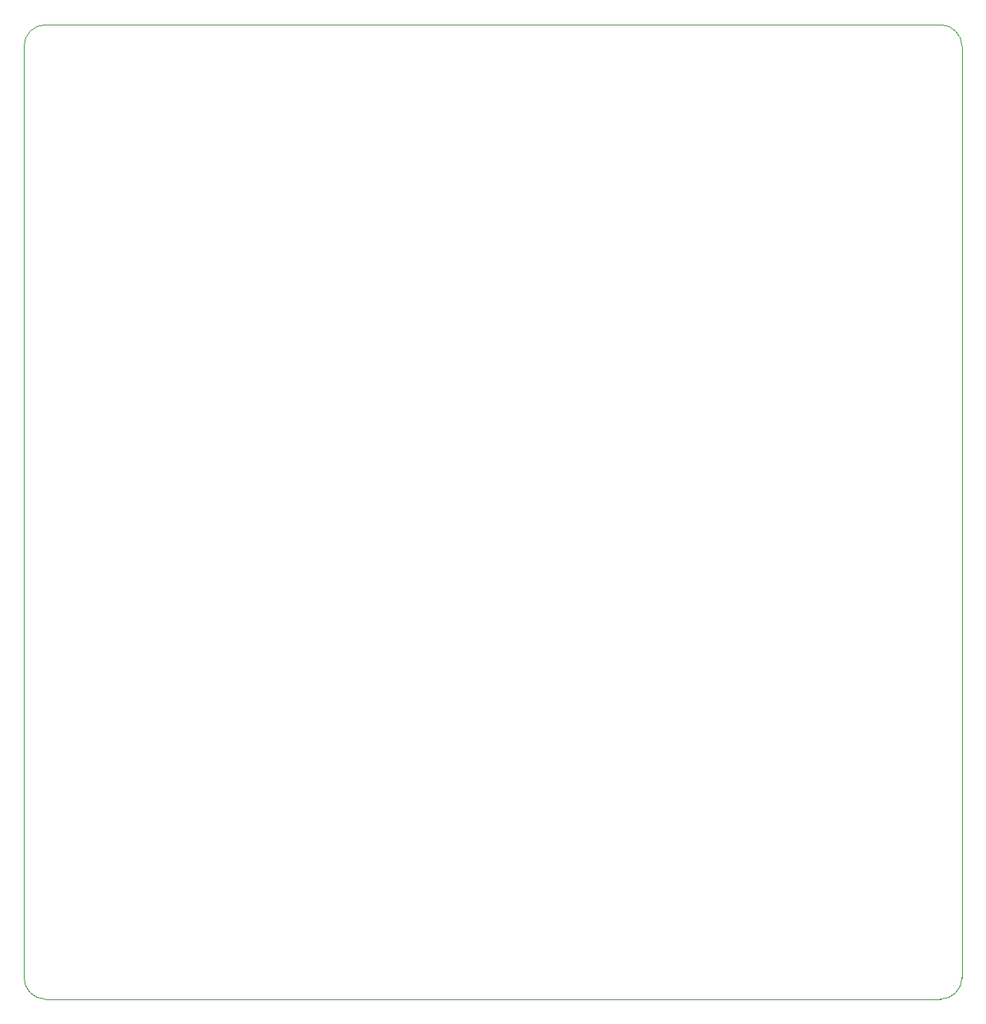
<source format=gbr>
%TF.GenerationSoftware,KiCad,Pcbnew,(6.0.7)*%
%TF.CreationDate,2022-10-27T14:14:11-04:00*%
%TF.ProjectId,BlueTeamPad,426c7565-5465-4616-9d50-61642e6b6963,rev?*%
%TF.SameCoordinates,Original*%
%TF.FileFunction,Profile,NP*%
%FSLAX46Y46*%
G04 Gerber Fmt 4.6, Leading zero omitted, Abs format (unit mm)*
G04 Created by KiCad (PCBNEW (6.0.7)) date 2022-10-27 14:14:11*
%MOMM*%
%LPD*%
G01*
G04 APERTURE LIST*
%TA.AperFunction,Profile*%
%ADD10C,0.100000*%
%TD*%
G04 APERTURE END LIST*
D10*
X51593750Y-157162500D02*
G75*
G03*
X53975000Y-159543750I2381250J0D01*
G01*
X152400000Y-159543750D02*
G75*
G03*
X154781250Y-157162500I0J2381250D01*
G01*
X154781250Y-157162500D02*
X154781250Y-54768750D01*
X53975000Y-159543750D02*
X152400000Y-159543750D01*
X154781300Y-54768750D02*
G75*
G03*
X152400000Y-52387500I-2381300J-50D01*
G01*
X152400000Y-52387500D02*
X53975000Y-52387500D01*
X53975000Y-52387500D02*
G75*
G03*
X51593750Y-54768750I0J-2381250D01*
G01*
X51593750Y-54768750D02*
X51593750Y-157162500D01*
M02*

</source>
